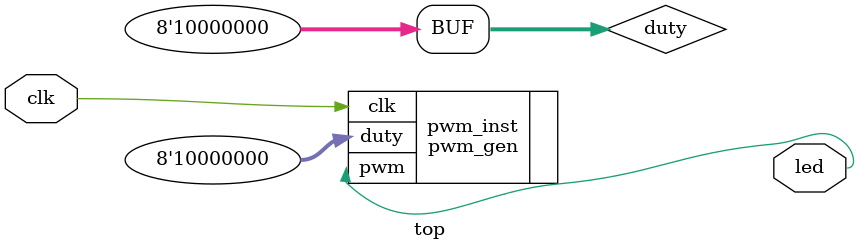
<source format=v>
/* top.v

Top module for PWM.

*/

module top (
    input clk,
    output wire led
    );
    
    reg[7:0] duty = 128; // 50% duty cycle

    pwm_gen pwm_inst (
        .clk (clk),
        .duty (duty),
        .pwm (led)
    );
    
endmodule
</source>
